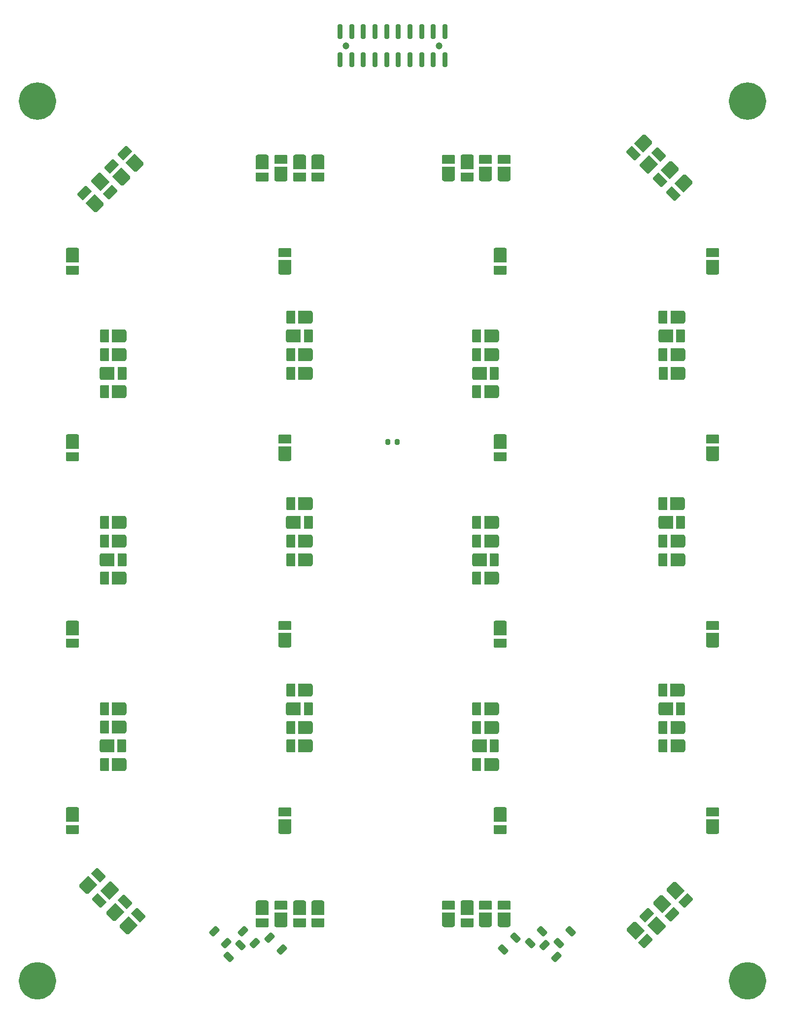
<source format=gts>
G04 #@! TF.GenerationSoftware,KiCad,Pcbnew,9.0.1-rc2*
G04 #@! TF.CreationDate,2025-11-09T14:34:19-08:00*
G04 #@! TF.ProjectId,bsl_array_v1,62736c5f-6172-4726-9179-5f76312e6b69,2*
G04 #@! TF.SameCoordinates,Original*
G04 #@! TF.FileFunction,Soldermask,Top*
G04 #@! TF.FilePolarity,Negative*
%FSLAX46Y46*%
G04 Gerber Fmt 4.6, Leading zero omitted, Abs format (unit mm)*
G04 Created by KiCad (PCBNEW 9.0.1-rc2) date 2025-11-09 14:34:19*
%MOMM*%
%LPD*%
G01*
G04 APERTURE LIST*
G04 Aperture macros list*
%AMRoundRect*
0 Rectangle with rounded corners*
0 $1 Rounding radius*
0 $2 $3 $4 $5 $6 $7 $8 $9 X,Y pos of 4 corners*
0 Add a 4 corners polygon primitive as box body*
4,1,4,$2,$3,$4,$5,$6,$7,$8,$9,$2,$3,0*
0 Add four circle primitives for the rounded corners*
1,1,$1+$1,$2,$3*
1,1,$1+$1,$4,$5*
1,1,$1+$1,$6,$7*
1,1,$1+$1,$8,$9*
0 Add four rect primitives between the rounded corners*
20,1,$1+$1,$2,$3,$4,$5,0*
20,1,$1+$1,$4,$5,$6,$7,0*
20,1,$1+$1,$6,$7,$8,$9,0*
20,1,$1+$1,$8,$9,$2,$3,0*%
%AMFreePoly0*
4,1,15,-1.250000,0.770000,-1.238756,0.855410,-1.190320,0.959280,-1.109280,1.040320,-1.005410,1.088756,-0.920000,1.100000,1.250000,1.100000,1.250000,-1.100000,-0.920000,-1.100000,-1.005410,-1.088756,-1.109280,-1.040320,-1.190320,-0.959280,-1.238756,-0.855410,-1.250000,-0.770000,-1.250000,0.770000,-1.250000,0.770000,$1*%
%AMFreePoly1*
4,1,13,-0.775000,1.100000,0.542500,1.100000,0.631474,1.082303,0.706902,1.031902,0.757302,0.956474,0.775000,0.867500,0.775000,-0.867500,0.757302,-0.956474,0.706902,-1.031902,0.631474,-1.082303,0.542500,-1.100000,-0.775000,-1.100000,-0.775000,1.100000,-0.775000,1.100000,$1*%
%AMFreePoly2*
4,1,17,-1.250000,0.660000,-1.242329,0.741801,-1.199011,0.865598,-1.121127,0.971127,-1.015598,1.049011,-0.891801,1.092329,-0.810000,1.100000,1.250000,1.100000,1.250000,-1.100000,-0.810000,-1.100000,-0.891801,-1.092329,-1.015598,-1.049011,-1.121127,-0.971127,-1.199011,-0.865598,-1.242329,-0.741801,-1.250000,-0.660000,-1.250000,0.660000,-1.250000,0.660000,$1*%
G04 Aperture macros list end*
%ADD10C,3.225000*%
%ADD11C,1.200000*%
%ADD12RoundRect,0.200000X0.200000X-1.050000X0.200000X1.050000X-0.200000X1.050000X-0.200000X-1.050000X0*%
%ADD13FreePoly0,135.000000*%
%ADD14FreePoly1,135.000000*%
%ADD15FreePoly0,90.000000*%
%ADD16FreePoly1,90.000000*%
%ADD17FreePoly2,270.000000*%
%ADD18FreePoly1,270.000000*%
%ADD19FreePoly0,270.000000*%
%ADD20RoundRect,0.250000X0.220971X-0.662913X0.662913X-0.220971X-0.220971X0.662913X-0.662913X0.220971X0*%
%ADD21FreePoly2,315.000000*%
%ADD22FreePoly1,315.000000*%
%ADD23FreePoly2,180.000000*%
%ADD24FreePoly1,180.000000*%
%ADD25FreePoly2,90.000000*%
%ADD26FreePoly0,0.000000*%
%ADD27FreePoly1,0.000000*%
%ADD28RoundRect,0.250000X-0.662913X-0.220971X-0.220971X-0.662913X0.662913X0.220971X0.220971X0.662913X0*%
%ADD29FreePoly0,315.000000*%
%ADD30C,3.200000*%
%ADD31FreePoly0,225.000000*%
%ADD32FreePoly1,225.000000*%
%ADD33FreePoly2,135.000000*%
%ADD34FreePoly2,225.000000*%
%ADD35FreePoly2,45.000000*%
%ADD36FreePoly1,45.000000*%
%ADD37FreePoly0,45.000000*%
%ADD38RoundRect,0.200000X-0.200000X-0.275000X0.200000X-0.275000X0.200000X0.275000X-0.200000X0.275000X0*%
%ADD39RoundRect,0.250000X0.662913X0.220971X0.220971X0.662913X-0.662913X-0.220971X-0.220971X-0.662913X0*%
G04 APERTURE END LIST*
D10*
X153612500Y-32000000D02*
G75*
G02*
X150387500Y-32000000I-1612500J0D01*
G01*
X150387500Y-32000000D02*
G75*
G02*
X153612500Y-32000000I1612500J0D01*
G01*
X31612500Y-183000000D02*
G75*
G02*
X28387500Y-183000000I-1612500J0D01*
G01*
X28387500Y-183000000D02*
G75*
G02*
X31612500Y-183000000I1612500J0D01*
G01*
X31612500Y-32000000D02*
G75*
G02*
X28387500Y-32000000I-1612500J0D01*
G01*
X28387500Y-32000000D02*
G75*
G02*
X31612500Y-32000000I1612500J0D01*
G01*
X153612500Y-183000000D02*
G75*
G02*
X150387500Y-183000000I-1612500J0D01*
G01*
X150387500Y-183000000D02*
G75*
G02*
X153612500Y-183000000I1612500J0D01*
G01*
D11*
X83000000Y-22500000D03*
X99000000Y-22500000D03*
D12*
X82000000Y-20100000D03*
X82000000Y-24900000D03*
X84000000Y-20100000D03*
X84000000Y-24900000D03*
X86000000Y-20100000D03*
X86000000Y-24900000D03*
X88000000Y-20100000D03*
X88000000Y-24900000D03*
X90000000Y-20100000D03*
X90000000Y-24900000D03*
X92000000Y-20100000D03*
X92000000Y-24900000D03*
X94000000Y-20100000D03*
X94000000Y-24900000D03*
X96000000Y-20100000D03*
X96000000Y-24900000D03*
X98000000Y-20100000D03*
X98000000Y-24900000D03*
X100000000Y-20100000D03*
X100000000Y-24900000D03*
D13*
X136442462Y-173542462D03*
D14*
X134621662Y-171721662D03*
D15*
X146000000Y-60550000D03*
D16*
X146000000Y-57975000D03*
D17*
X68600000Y-42450000D03*
D18*
X68600000Y-45025000D03*
D19*
X103800000Y-170450000D03*
D18*
X103800000Y-173025000D03*
D20*
X114665856Y-176534144D03*
X116734144Y-174465856D03*
D21*
X132657538Y-174357538D03*
D22*
X134478338Y-176178338D03*
D23*
X44050000Y-81900000D03*
D24*
X41475000Y-81900000D03*
D23*
X76050000Y-142700000D03*
D24*
X73475000Y-142700000D03*
D23*
X108050000Y-145899999D03*
D24*
X105475000Y-145899999D03*
D23*
X108050000Y-139500000D03*
D24*
X105475000Y-139500000D03*
D25*
X110200000Y-172550000D03*
D16*
X110200000Y-169975000D03*
D15*
X72500000Y-60550000D03*
D16*
X72500000Y-57975000D03*
D19*
X103800000Y-42450000D03*
D18*
X103800000Y-45025000D03*
D15*
X71800000Y-172550000D03*
D16*
X71800000Y-169975000D03*
D23*
X44050000Y-145900000D03*
D24*
X41475000Y-145900000D03*
D17*
X78200000Y-42450000D03*
D18*
X78200000Y-45025000D03*
D15*
X71800000Y-44550000D03*
D16*
X71800000Y-41975000D03*
D26*
X105950000Y-110700000D03*
D27*
X108525000Y-110700000D03*
D19*
X36000000Y-90450000D03*
D18*
X36000000Y-93025000D03*
D28*
X117115855Y-176865856D03*
X119184143Y-178934144D03*
D26*
X73950000Y-136300000D03*
D27*
X76525000Y-136300000D03*
D29*
X40715076Y-45815076D03*
D22*
X42535876Y-47635876D03*
D21*
X139557538Y-167457538D03*
D22*
X141378338Y-169278338D03*
D23*
X140050000Y-139500000D03*
D24*
X137475000Y-139500000D03*
D30*
X152000000Y-32000000D03*
X30000000Y-183000000D03*
D31*
X42442462Y-167457538D03*
D32*
X40621662Y-169278338D03*
D23*
X44050000Y-72300000D03*
D24*
X41475000Y-72300000D03*
D23*
X76050000Y-75500000D03*
D24*
X73475000Y-75500000D03*
D26*
X41925000Y-142675000D03*
D27*
X44500000Y-142675000D03*
D33*
X44500000Y-45000000D03*
D14*
X42679200Y-43179200D03*
D26*
X41950000Y-110700001D03*
D27*
X44525000Y-110700001D03*
D15*
X72500000Y-124550000D03*
D16*
X72500000Y-121975000D03*
D23*
X140100000Y-78700000D03*
D24*
X137525000Y-78700000D03*
D19*
X109500000Y-154450000D03*
D18*
X109500000Y-157025000D03*
D34*
X134142462Y-39157538D03*
D32*
X132321662Y-40978338D03*
D17*
X75000000Y-170450000D03*
D18*
X75000000Y-173025000D03*
D30*
X30000000Y-32000000D03*
D23*
X76050000Y-139500000D03*
D24*
X73475000Y-139500000D03*
D35*
X38657538Y-166642462D03*
D36*
X40478338Y-164821662D03*
D23*
X140050000Y-69100000D03*
D24*
X137475000Y-69100000D03*
D23*
X44050000Y-75500000D03*
D24*
X41475000Y-75500000D03*
D26*
X41950000Y-78700000D03*
D27*
X44525000Y-78700000D03*
D15*
X146000000Y-156550000D03*
D16*
X146000000Y-153975000D03*
D37*
X134957538Y-42942462D03*
D36*
X136778338Y-41121662D03*
D26*
X105950000Y-142700000D03*
D27*
X108525000Y-142700000D03*
D33*
X39900000Y-49600000D03*
D14*
X38079200Y-47779200D03*
D26*
X137950000Y-136300000D03*
D27*
X140525000Y-136300000D03*
D26*
X105950000Y-78700000D03*
D27*
X108525000Y-78700000D03*
D15*
X146000000Y-92550000D03*
D16*
X146000000Y-89975000D03*
D23*
X108050000Y-136300000D03*
D24*
X105475000Y-136300000D03*
D23*
X108050000Y-113899999D03*
D24*
X105475000Y-113899999D03*
D35*
X45557538Y-173542462D03*
D36*
X47378338Y-171721662D03*
D33*
X46800000Y-42700000D03*
D14*
X44979200Y-40879200D03*
D26*
X73950000Y-72300000D03*
D27*
X76525000Y-72300000D03*
D23*
X108050000Y-104300000D03*
D24*
X105475000Y-104300000D03*
D23*
X76050000Y-110700000D03*
D24*
X73475000Y-110700000D03*
D23*
X76050000Y-107500000D03*
D24*
X73475000Y-107500000D03*
D19*
X109500000Y-90450000D03*
D18*
X109500000Y-93025000D03*
D26*
X137950000Y-72300000D03*
D27*
X140525000Y-72300000D03*
D23*
X44050000Y-113900000D03*
D24*
X41475000Y-113900000D03*
D23*
X108050000Y-72300000D03*
D24*
X105475000Y-72300000D03*
D23*
X108050000Y-107500000D03*
D24*
X105475000Y-107500000D03*
D23*
X76050000Y-78700000D03*
D24*
X73475000Y-78700000D03*
D23*
X140050000Y-142700000D03*
D24*
X137475000Y-142700000D03*
D25*
X100600000Y-44550000D03*
D16*
X100600000Y-41975000D03*
D17*
X68600000Y-170450000D03*
D18*
X68600000Y-173025000D03*
D23*
X139975000Y-133075000D03*
D24*
X137400000Y-133075000D03*
D19*
X109500000Y-122450000D03*
D18*
X109500000Y-125025000D03*
D25*
X100600000Y-172550000D03*
D16*
X100600000Y-169975000D03*
D23*
X139975000Y-101075000D03*
D24*
X137400000Y-101075000D03*
D15*
X72500000Y-92575000D03*
D16*
X72500000Y-90000000D03*
D15*
X146000000Y-124550000D03*
D16*
X146000000Y-121975000D03*
D15*
X72500000Y-156550000D03*
D16*
X72500000Y-153975000D03*
D26*
X137950000Y-104300000D03*
D27*
X140525000Y-104300000D03*
D25*
X107000000Y-172550000D03*
D16*
X107000000Y-169975000D03*
D20*
X110015856Y-177634144D03*
X112084144Y-175565856D03*
D23*
X44075000Y-139475000D03*
D24*
X41500000Y-139475000D03*
D23*
X44075000Y-136275000D03*
D24*
X41500000Y-136275000D03*
D23*
X44050001Y-104300000D03*
D24*
X41475001Y-104300000D03*
D25*
X110200000Y-44550000D03*
D16*
X110200000Y-41975000D03*
D23*
X108050000Y-75500000D03*
D24*
X105475000Y-75500000D03*
D23*
X140050000Y-75500000D03*
D24*
X137475000Y-75500000D03*
D23*
X44050000Y-107500000D03*
D24*
X41475000Y-107500000D03*
D23*
X76050000Y-101100001D03*
D24*
X73475000Y-101100001D03*
D19*
X36000000Y-122450000D03*
D18*
X36000000Y-125025000D03*
D23*
X76075000Y-69100000D03*
D24*
X73500000Y-69100000D03*
D17*
X78200000Y-170450000D03*
D18*
X78200000Y-173025000D03*
D38*
X90175000Y-90500000D03*
X91825000Y-90500000D03*
D20*
X62815856Y-178934144D03*
X64884144Y-176865856D03*
D26*
X73950000Y-104300000D03*
D27*
X76525000Y-104300000D03*
D28*
X60365856Y-174465856D03*
X62434144Y-176534144D03*
X65265856Y-174465856D03*
X67334144Y-176534144D03*
D23*
X76050000Y-133100001D03*
D24*
X73475000Y-133100001D03*
D23*
X140050000Y-107500000D03*
D24*
X137475000Y-107500000D03*
D19*
X36000000Y-154450000D03*
D18*
X36000000Y-157025000D03*
D34*
X138742462Y-43757538D03*
D32*
X136921662Y-45578338D03*
D25*
X107000000Y-44550000D03*
D16*
X107000000Y-41975000D03*
D20*
X119565857Y-176534145D03*
X121634145Y-174465857D03*
D30*
X152000000Y-183000000D03*
D34*
X141042462Y-46057538D03*
D32*
X139221662Y-47878338D03*
D19*
X36000000Y-58450000D03*
D18*
X36000000Y-61025000D03*
D39*
X71984144Y-177634144D03*
X69915856Y-175565856D03*
D17*
X75000000Y-42450000D03*
D18*
X75000000Y-45025000D03*
D19*
X109500000Y-58425000D03*
D18*
X109500000Y-61000000D03*
D35*
X43257538Y-171242462D03*
D36*
X45078338Y-169421662D03*
D21*
X137257538Y-169757538D03*
D22*
X139078338Y-171578338D03*
D23*
X108050000Y-81899999D03*
D24*
X105475000Y-81899999D03*
D23*
X140050000Y-110700000D03*
D24*
X137475000Y-110700000D03*
M02*

</source>
